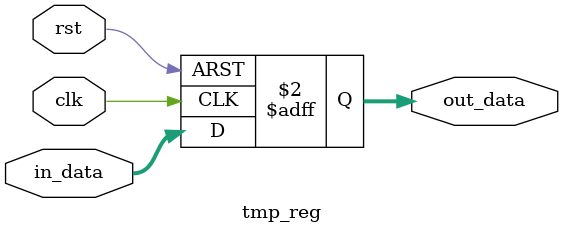
<source format=v>
`timescale 1ns / 1ps


module tmp_reg( //ÁÙÊ±¼Ä´æÆ÷A,B,C
    input clk, rst, //Ê±ÖÓºÍ¸´Î»¶Ë
    input [4:0] in_data,
    output reg [4:0] out_data
);
always @(posedge clk or posedge rst) begin
    if (rst) begin
       out_data <= 5'b0;
    end else begin //ÉÏÉýÑØ¶ÁÈ¡Êý¾Ý
       out_data <= in_data;
    end
end
endmodule

</source>
